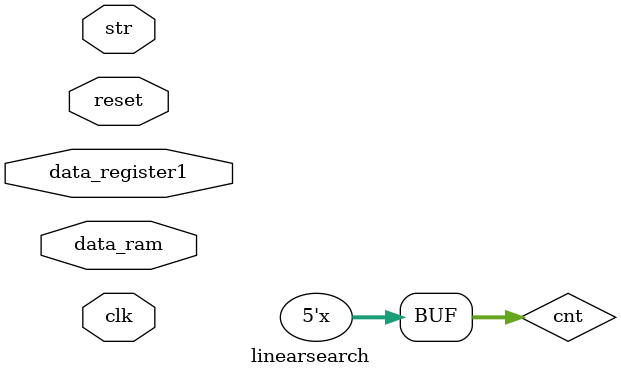
<source format=v>
module linearsearch (data_register1,
                      reset,
                      clk,
                      data_ram,
                      str
                     
);
parameter S0=2'b00, S1=2'b01, S2=2'b10,S3=2'b11;

//공용
input wire reset;
input wire clk;

// 레지스터1
input wire [3:0] data_register1;//입력
reg select_register1;           //select
reg [3:0] outdata_register1;    //출력
reg [3:0] ns_register1;         

//RAM
input wire [3:0] data_ram;          //입력
reg  [4:0] addr ;                  //주소
wire  [3:0] outdata_ram;          //출력
reg  rw;                          //읽기 쓰기
reg  [3:0] mem[0:4];
reg  [4:0] r_addr;

//레지스터2
wire [3:0] data_register2;//입력
reg select_register2;           //select
reg [3:0] outdata_register2;    //출력
reg [3:0] ns_register2;         

//Control Unit
input wire str;
reg [1:0] ps_cu;
reg [1:0] ns_cu;
reg [4:0]cnt;


//레지스터1////////////////////////////////
always @ (posedge clk, negedge reset)
begin
    if (!reset)
      outdata_register1 <= 4'b0000;
    else
      outdata_register1 <= ns_register1;
end
always @ (select_register1)
begin
    if(!select_register1)                  //1일때 데이터 입력
        ns_register1 <= outdata_register1; //0일때 데이터 유지
      else
        ns_register1 <= data_register1;  
end
 ///////////////////////////////////////////

 
 //RAM/////////////////////////////////////////

always @ (posedge clk)
begin
    if (rw)
     begin    
       mem[addr] <= data_ram;
     end 
    else
     begin
      r_addr <= addr;
     end 
end

assign outdata_ram = mem[r_addr];
///////////////////////////////////////////////
 
 
 
//레지스터2////////////////////////////////
always @ (posedge clk, negedge reset)
begin
    if (!reset)
      outdata_register2 <= 4'b0000;
    else
      outdata_register2 <= ns_register2;
end
always @ (select_register2)
begin
    if(!select_register2)
        ns_register2 <= outdata_register2;
      else
        ns_register2 <= data_register2;  
end
 ///////////////////////////////////////////


//Control unit////////////////////////////////
always @ (posedge clk, negedge reset)
    begin
    if (!reset)
         ps_cu <= S0;
    else
         ps_cu <= ns_cu;
    end

always @ (str)
        case(str)
        S0 : if(str)
                begin
                    ns_cu <= S0;
                    select_register1 <= 1'b1;
                    select_register2 <= 1'b0;
                end
              else
                begin
                    ns_cu <= S1;
                    select_register1 <= 1'b0;
                    select_register2 <= 1'b0;
                end
         S1 : if(outdata_ram ==outdata_register1)
                  begin
                      ns_cu <= S2;
                      select_register1 <= 1'b0;
                      select_register2 <= 1'b1;
                  end
               else
                  begin
                      ns_cu <= S1;
                      select_register1 <= 1'b0;
                      select_register2 <= 1'b0;
                      cnt<=cnt+1;
                  end
                
        endcase
 
 
 //////////////////////////////////////////////////////
 
 
 
 
endmodule
</source>
